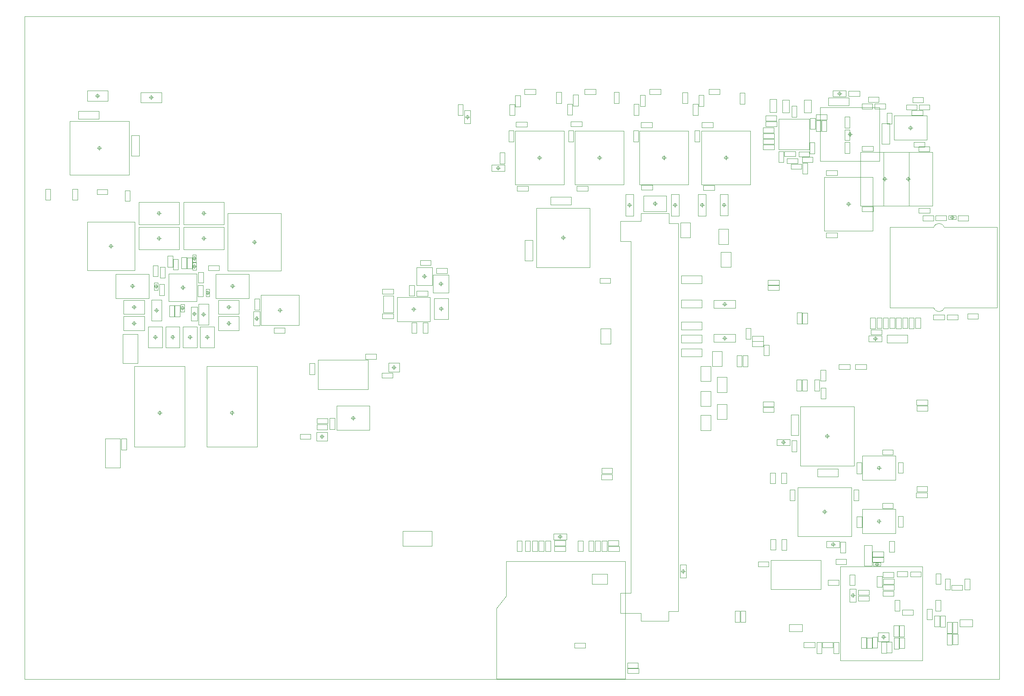
<source format=gm1>
G04*
G04 #@! TF.GenerationSoftware,Altium Limited,Altium Designer,18.1.8 (232)*
G04*
G04 Layer_Color=16711935*
%FSLAX25Y25*%
%MOIN*%
G70*
G01*
G75*
%ADD18C,0.00394*%
%ADD354C,0.00197*%
%ADD355C,0.00039*%
D18*
X870600Y592100D02*
X870600Y-100D01*
X100D02*
X870600D01*
X100Y592100D02*
X100Y-100D01*
X100Y592100D02*
X870600D01*
D354*
X66634Y521200D02*
G03*
X66634Y521200I-1378J0D01*
G01*
X768378Y37600D02*
G03*
X768378Y37600I-1378J0D01*
G01*
X479626Y127264D02*
G03*
X479626Y127264I-1378J0D01*
G01*
X718078Y217104D02*
G03*
X718078Y217104I-1378J0D01*
G01*
X625978Y423700D02*
G03*
X625978Y423700I-1378J0D01*
G01*
X606378Y423600D02*
G03*
X606378Y423600I-1378J0D01*
G01*
X582278D02*
G03*
X582278Y423600I-1378J0D01*
G01*
X541578D02*
G03*
X541578Y423600I-1378J0D01*
G01*
X266990Y216726D02*
G03*
X266990Y216726I-1378J0D01*
G01*
X208678Y322200D02*
G03*
X208678Y322200I-1378J0D01*
G01*
X183737Y317900D02*
G03*
X183737Y317900I-1378J0D01*
G01*
Y332400D02*
G03*
X183737Y332400I-1378J0D01*
G01*
X186678Y237900D02*
G03*
X186678Y237900I-1378J0D01*
G01*
X122074D02*
G03*
X122074Y237900I-1378J0D01*
G01*
X133688Y305598D02*
G03*
X133688Y305598I-1378J0D01*
G01*
X161428Y393800D02*
G03*
X161428Y393800I-1378J0D01*
G01*
X97737Y351202D02*
G03*
X97737Y351202I-1378J0D01*
G01*
X396858Y502302D02*
G03*
X396858Y502302I-1378J0D01*
G01*
X829778Y412563D02*
G03*
X829778Y412563I-1378J0D01*
G01*
X761078Y304200D02*
G03*
X761078Y304200I-1378J0D01*
G01*
X729098Y523157D02*
G03*
X729098Y523157I-1378J0D01*
G01*
X358478Y359900D02*
G03*
X358478Y359900I-1378J0D01*
G01*
X348878Y330400D02*
G03*
X348878Y330400I-1378J0D01*
G01*
X373422Y330950D02*
G03*
X373422Y330950I-1378J0D01*
G01*
X373138Y353272D02*
G03*
X373138Y353272I-1378J0D01*
G01*
X737178Y424500D02*
G03*
X737178Y424500I-1378J0D01*
G01*
X68224Y474535D02*
G03*
X68224Y474535I-1378J0D01*
G01*
X738478Y486800D02*
G03*
X738478Y486800I-1378J0D01*
G01*
X679035Y211614D02*
G03*
X679035Y211614I-1378J0D01*
G01*
X764378Y188700D02*
G03*
X764378Y188700I-1378J0D01*
G01*
X762598Y102657D02*
G03*
X762598Y102657I-1378J0D01*
G01*
X723425Y120374D02*
G03*
X723425Y120374I-1378J0D01*
G01*
X741047Y74800D02*
G03*
X741047Y74800I-1378J0D01*
G01*
X790453Y446949D02*
G03*
X790453Y446949I-1378J0D01*
G01*
X769478Y447000D02*
G03*
X769478Y447000I-1378J0D01*
G01*
X164589Y305598D02*
G03*
X164589Y305598I-1378J0D01*
G01*
X149139D02*
G03*
X149139Y305598I-1378J0D01*
G01*
X118237D02*
G03*
X118237Y305598I-1378J0D01*
G01*
X119278Y329500D02*
G03*
X119278Y329500I-1378J0D01*
G01*
X99237Y317900D02*
G03*
X99237Y317900I-1378J0D01*
G01*
Y332400D02*
G03*
X99237Y332400I-1378J0D01*
G01*
X118878Y351000D02*
G03*
X118878Y351000I-1378J0D01*
G01*
X187078Y351200D02*
G03*
X187078Y351200I-1378J0D01*
G01*
X161237Y325900D02*
G03*
X161237Y325900I-1378J0D01*
G01*
X164978Y345200D02*
G03*
X164978Y345200I-1378J0D01*
G01*
X153101Y368742D02*
G03*
X153101Y368742I-1378J0D01*
G01*
X153078Y376000D02*
G03*
X153078Y376000I-1378J0D01*
G01*
X142737Y349900D02*
G03*
X142737Y349900I-1378J0D01*
G01*
X121428Y393800D02*
G03*
X121428Y393800I-1378J0D01*
G01*
Y416308D02*
G03*
X121428Y416308I-1378J0D01*
G01*
X424311Y456693D02*
G03*
X424311Y456693I-1378J0D01*
G01*
X461278Y465900D02*
G03*
X461278Y465900I-1378J0D01*
G01*
X514778D02*
G03*
X514778Y465900I-1378J0D01*
G01*
X564378Y424900D02*
G03*
X564378Y424900I-1378J0D01*
G01*
X627778Y465900D02*
G03*
X627778Y465900I-1378J0D01*
G01*
X572378D02*
G03*
X572378Y465900I-1378J0D01*
G01*
X589478Y96300D02*
G03*
X589478Y96300I-1378J0D01*
G01*
X331281Y278490D02*
G03*
X331281Y278490I-1378J0D01*
G01*
X152978Y326400D02*
G03*
X152978Y326400I-1378J0D01*
G01*
X142478Y331600D02*
G03*
X142478Y331600I-1378J0D01*
G01*
X114567Y519783D02*
G03*
X114567Y519783I-1378J0D01*
G01*
X482382Y394488D02*
G03*
X482382Y394488I-1378J0D01*
G01*
X792478Y492600D02*
G03*
X792478Y492600I-1378J0D01*
G01*
X715778Y149504D02*
G03*
X715778Y149504I-1378J0D01*
G01*
X821205Y403776D02*
G03*
X811920Y403778I-4642J-1396D01*
G01*
X811929Y331811D02*
G03*
X821206Y331810I4639J1409D01*
G01*
X764370Y140965D02*
G03*
X764370Y140965I-1378J0D01*
G01*
X229478Y329640D02*
G03*
X229478Y329640I-1378J0D01*
G01*
X78578Y386900D02*
G03*
X78578Y386900I-1378J0D01*
G01*
X206678Y390500D02*
G03*
X206678Y390500I-1378J0D01*
G01*
X161428Y416308D02*
G03*
X161428Y416308I-1378J0D01*
G01*
X294833Y233226D02*
G03*
X294833Y233226I-1378J0D01*
G01*
X626578Y335039D02*
G03*
X626578Y335039I-1378J0D01*
G01*
Y304600D02*
G03*
X626578Y304600I-1378J0D01*
G01*
X63287Y521200D02*
X67224D01*
X65256Y519232D02*
Y523169D01*
X56004Y516672D02*
Y525728D01*
X74508D01*
Y516672D02*
Y525728D01*
X56004Y516672D02*
X74508D01*
X329465Y344185D02*
Y348615D01*
X319531Y344185D02*
X329465D01*
X319531D02*
Y348615D01*
X329465D01*
Y322085D02*
Y326515D01*
X319531Y322085D02*
X329465D01*
X319531D02*
Y326515D01*
X329465D01*
X71969Y214886D02*
X85315D01*
Y188858D02*
Y214886D01*
X71969Y188858D02*
X85315D01*
X71969D02*
Y214886D01*
X18701Y428276D02*
X23228D01*
X18701D02*
Y437724D01*
X23228D01*
Y428276D02*
Y437724D01*
X598360Y480268D02*
Y490201D01*
Y480268D02*
X602789D01*
Y490201D01*
X598360D02*
X602789D01*
X762079Y41537D02*
X771921D01*
Y33663D02*
Y41537D01*
X762079Y33663D02*
X771921D01*
X762079D02*
Y41537D01*
X767000Y35631D02*
Y39568D01*
X765031Y37600D02*
X768968D01*
X747236Y27657D02*
Y37106D01*
X751764D01*
Y27657D02*
Y37106D01*
X747236Y27657D02*
X751764D01*
X769936Y23676D02*
Y33124D01*
X774464D01*
Y23676D02*
Y33124D01*
X769936Y23676D02*
X774464D01*
X781236Y27476D02*
Y36924D01*
X785764D01*
Y27476D02*
Y36924D01*
X781236Y27476D02*
X785764D01*
X752136Y27576D02*
Y37024D01*
X756664D01*
Y27576D02*
Y37024D01*
X752136Y27576D02*
X756664D01*
X781085Y47865D02*
X785515D01*
X781085Y37931D02*
Y47865D01*
Y37931D02*
X785515D01*
Y47865D01*
X775524Y152640D02*
Y157168D01*
X766076Y152640D02*
X775524D01*
X766076D02*
Y157168D01*
X775524D01*
X74124Y433136D02*
Y437664D01*
X64676Y433136D02*
X74124D01*
X64676D02*
Y437664D01*
X74124D01*
X89636Y427176D02*
X94164D01*
X89636D02*
Y436624D01*
X94164D01*
Y427176D02*
Y436624D01*
X828839Y30807D02*
Y40256D01*
X833366D01*
Y30807D02*
Y40256D01*
X828839Y30807D02*
X833366D01*
X823671Y30468D02*
X828100D01*
Y40402D01*
X823671D02*
X828100D01*
X823671Y30468D02*
Y40402D01*
X796169Y162254D02*
Y166683D01*
X806102D01*
Y162254D02*
Y166683D01*
X796169Y162254D02*
X806102D01*
X796654Y167618D02*
X806102D01*
Y172146D01*
X796654D02*
X806102D01*
X796654Y167618D02*
Y172146D01*
X796949Y239707D02*
Y244235D01*
X806398D01*
Y239707D02*
Y244235D01*
X796949Y239707D02*
X806398D01*
X796610Y244973D02*
Y249402D01*
X806543D01*
Y244973D02*
Y249402D01*
X796610Y244973D02*
X806543D01*
X811472Y321211D02*
Y325640D01*
X821406D01*
Y321211D02*
Y325640D01*
X811472Y321211D02*
X821406D01*
X823907Y325689D02*
X833356D01*
X823907Y321161D02*
Y325689D01*
Y321161D02*
X833356D01*
Y325689D01*
X772236Y113713D02*
X776764D01*
X772236D02*
Y123161D01*
X776764D01*
Y113713D02*
Y123161D01*
X472342Y124508D02*
X484154D01*
X472342D02*
Y130020D01*
X484154D01*
Y124508D02*
Y130020D01*
X478248Y125295D02*
Y129232D01*
X476279Y127264D02*
X480217D01*
X619803Y388602D02*
Y402146D01*
Y388602D02*
X628622D01*
Y402146D01*
X619803D02*
X628622D01*
X621931Y368154D02*
Y381697D01*
Y368154D02*
X630750D01*
Y381697D01*
X621931D02*
X630750D01*
X692763Y190608D02*
Y243600D01*
X740637D01*
Y190608D02*
Y243600D01*
X692763Y190608D02*
X740637D01*
X716700Y215135D02*
Y219072D01*
X714732Y217104D02*
X718669D01*
X543652Y480268D02*
Y490201D01*
Y480268D02*
X548081D01*
Y490201D01*
X543652D02*
X548081D01*
X606032Y441215D02*
X615965D01*
X606032Y436785D02*
Y441215D01*
Y436785D02*
X615965D01*
Y441215D01*
X491196Y32377D02*
X500645D01*
X491196Y27850D02*
Y32377D01*
Y27850D02*
X500645D01*
Y32377D01*
X259049Y272150D02*
Y282084D01*
X254620D02*
X259049D01*
X254620Y272150D02*
Y282084D01*
Y272150D02*
X259049D01*
X42836Y428276D02*
X47364D01*
X42836D02*
Y437724D01*
X47364D01*
Y428276D02*
Y437724D01*
X621057Y414054D02*
Y433346D01*
Y414054D02*
X628143D01*
Y433346D01*
X621057D02*
X628143D01*
X622632Y423700D02*
X626569D01*
X624600Y421732D02*
Y425668D01*
X601457Y413954D02*
Y433246D01*
Y413954D02*
X608543D01*
Y433246D01*
X601457D02*
X608543D01*
X603031Y423600D02*
X606968D01*
X605000Y421631D02*
Y425568D01*
X577357Y413954D02*
Y433246D01*
Y413954D02*
X584443D01*
Y433246D01*
X577357D02*
X584443D01*
X578932Y423600D02*
X582868D01*
X580900Y421631D02*
Y425568D01*
X536657Y413954D02*
Y433246D01*
Y413954D02*
X543743D01*
Y433246D01*
X536657D02*
X543743D01*
X538232Y423600D02*
X542169D01*
X540200Y421631D02*
Y425568D01*
X586346Y319288D02*
X604654D01*
Y312312D02*
Y319288D01*
X586346Y312312D02*
X604654D01*
X586346D02*
Y319288D01*
Y295188D02*
X604654D01*
Y288212D02*
Y295188D01*
X586346Y288212D02*
X604654D01*
X586346D02*
Y295188D01*
Y307588D02*
X604654D01*
Y300612D02*
Y307588D01*
X586346Y300612D02*
X604654D01*
X586346D02*
Y307588D01*
Y360588D02*
X604654D01*
Y353612D02*
Y360588D01*
X586346Y353612D02*
X604654D01*
X586346D02*
Y360588D01*
Y338988D02*
X604654D01*
Y332012D02*
Y338988D01*
X586346Y332012D02*
X604654D01*
X586346D02*
Y338988D01*
X270668Y228462D02*
Y232990D01*
X261219Y228462D02*
X270668D01*
X261219D02*
Y232990D01*
X270668D01*
X270522Y222962D02*
Y227490D01*
X261073Y222962D02*
X270522D01*
X261073D02*
Y227490D01*
X270522D01*
X263644Y216726D02*
X267581D01*
X265613Y214757D02*
Y218694D01*
X260691Y212789D02*
Y220663D01*
X270534D01*
Y212789D02*
Y220663D01*
X260691Y212789D02*
X270534D01*
X277012Y223261D02*
Y233194D01*
X272583D02*
X277012D01*
X272583Y223261D02*
Y233194D01*
Y223261D02*
X277012D01*
X255522Y214465D02*
Y218992D01*
X246073Y214465D02*
X255522D01*
X246073D02*
Y218992D01*
X255522D01*
X232324Y309327D02*
Y313854D01*
X222876Y309327D02*
X232324D01*
X222876D02*
Y313854D01*
X232324D01*
X209915Y330035D02*
Y339968D01*
X205485D02*
X209915D01*
X205485Y330035D02*
Y339968D01*
Y330035D02*
X209915D01*
X204402Y315956D02*
Y328444D01*
X210198D01*
X204402Y315956D02*
X210198D01*
Y328444D01*
X205331Y322200D02*
X209268D01*
X207300Y320232D02*
Y324168D01*
X173108Y311601D02*
X191611D01*
Y324199D01*
X173108D02*
X191611D01*
X173108Y311601D02*
Y324199D01*
X182359Y315932D02*
Y319868D01*
X180391Y317900D02*
X184328D01*
X173108Y326101D02*
X191611D01*
Y338699D01*
X173108D02*
X191611D01*
X173108Y326101D02*
Y338699D01*
X182359Y330432D02*
Y334368D01*
X180391Y332400D02*
X184328D01*
X183332Y237900D02*
X187268D01*
X185300Y235931D02*
Y239868D01*
X162780Y207447D02*
X207820D01*
X162780D02*
Y279652D01*
X207820Y207447D02*
Y279652D01*
X162780D02*
X207820D01*
X118728Y237900D02*
X122665D01*
X120696Y235931D02*
Y239868D01*
X98176Y207447D02*
X143216D01*
X98176D02*
Y279652D01*
X143216Y207447D02*
Y279652D01*
X98176D02*
X143216D01*
X87815Y282260D02*
X101161D01*
X87815D02*
Y308287D01*
X101161D01*
Y282260D02*
Y308287D01*
X126011Y296346D02*
Y314850D01*
Y296346D02*
X138609D01*
Y314850D01*
X126011D02*
X138609D01*
X130342Y305598D02*
X134279D01*
X132310Y303630D02*
Y307567D01*
X142137Y403839D02*
X177963D01*
X142137Y383761D02*
Y403839D01*
Y383761D02*
X177963D01*
Y403839D01*
X160050Y391831D02*
Y395768D01*
X158081Y393800D02*
X162019D01*
X94391Y351202D02*
X98328D01*
X96359Y349234D02*
Y353171D01*
X111123Y340376D02*
Y362029D01*
X81596Y340376D02*
X111123D01*
X81596D02*
Y362029D01*
X111123D01*
X706633Y504431D02*
X716566D01*
X706633Y500002D02*
Y504431D01*
Y500002D02*
X716566D01*
Y504431D01*
X638785Y513832D02*
Y523765D01*
Y513832D02*
X643215D01*
Y523765D01*
X638785D02*
X643215D01*
X395480Y500334D02*
Y504271D01*
X393512Y502302D02*
X397449D01*
X392724Y496397D02*
X398236D01*
X392724D02*
Y508208D01*
X398236D01*
Y496397D02*
Y508208D01*
X387066Y503734D02*
Y513667D01*
Y503734D02*
X391495D01*
Y513667D01*
X387066D02*
X391495D01*
X513779Y353740D02*
Y358268D01*
X523228D01*
Y353740D02*
Y358268D01*
X513779Y353740D02*
X523228D01*
X439931Y440515D02*
X449865D01*
X439931Y436085D02*
Y440515D01*
Y436085D02*
X449865D01*
Y440515D01*
X813332Y414164D02*
X823265D01*
X813332Y409735D02*
Y414164D01*
Y409735D02*
X823265D01*
Y414164D01*
X825034Y410988D02*
X831746D01*
Y414138D01*
X825034D02*
X831746D01*
X825034Y410988D02*
Y414138D01*
X828400Y410988D02*
Y414138D01*
X826431Y412563D02*
X830369D01*
X833376Y409636D02*
Y414164D01*
X842824D01*
Y409636D02*
Y414164D01*
X833376Y409636D02*
X842824D01*
X802276D02*
Y414164D01*
X811724D01*
Y409636D02*
Y414164D01*
X802276Y409636D02*
X811724D01*
X842121Y322036D02*
Y326564D01*
X851570D01*
Y322036D02*
Y326564D01*
X842121Y322036D02*
X851570D01*
X757731Y304200D02*
X761668D01*
X759700Y302232D02*
Y306169D01*
X753794Y301444D02*
Y306956D01*
X765605D01*
Y301444D02*
Y306956D01*
X753794Y301444D02*
X765605D01*
X755672Y307885D02*
X765605D01*
Y312315D01*
X755672D02*
X765605D01*
X755672Y307885D02*
Y312315D01*
X795536Y313596D02*
X800064D01*
X795536D02*
Y323045D01*
X800064D01*
Y313596D02*
Y323045D01*
X794215Y313112D02*
Y323045D01*
X789786D02*
X794215D01*
X789786Y313112D02*
Y323045D01*
Y313112D02*
X794215D01*
X784036Y313596D02*
X788563D01*
X784036D02*
Y323045D01*
X788563D01*
Y313596D02*
Y323045D01*
X782715Y313112D02*
Y323045D01*
X778286D02*
X782715D01*
X778286Y313112D02*
Y323045D01*
Y313112D02*
X782715D01*
X772536Y313596D02*
X777063D01*
X772536D02*
Y323045D01*
X777063D01*
Y313596D02*
Y323045D01*
X771215Y313112D02*
Y323045D01*
X766786D02*
X771215D01*
X766786Y313112D02*
Y323045D01*
Y313112D02*
X771215D01*
X761035Y313596D02*
X765563D01*
X761035D02*
Y323045D01*
X765563D01*
Y313596D02*
Y323045D01*
X759715Y313112D02*
Y323045D01*
X755285D02*
X759715D01*
X755285Y313112D02*
Y323045D01*
Y313112D02*
X759715D01*
X770247Y307688D02*
X788553D01*
Y300712D02*
Y307688D01*
X770247Y300712D02*
X788553D01*
X770247D02*
Y307688D01*
X721814Y525913D02*
X733625D01*
Y520401D02*
Y525913D01*
X721814Y520401D02*
X733625D01*
X721814D02*
Y525913D01*
X727720Y521188D02*
Y525125D01*
X725751Y523157D02*
X729688D01*
X618350Y232154D02*
Y245697D01*
Y232154D02*
X627169D01*
Y245697D01*
X618350D02*
X627169D01*
X603850Y222253D02*
Y235797D01*
Y222253D02*
X612669D01*
Y235797D01*
X603850D02*
X612669D01*
X603850Y243803D02*
Y257346D01*
Y243803D02*
X612669D01*
Y257346D01*
X603850D02*
X612669D01*
X538392Y5148D02*
X548325D01*
X538392D02*
Y9577D01*
X548325D01*
Y5148D02*
Y9577D01*
X547835Y10039D02*
Y14567D01*
X538386D02*
X547835D01*
X538386Y10039D02*
Y14567D01*
Y10039D02*
X547835D01*
X473185Y123770D02*
X483118D01*
Y119341D02*
Y123770D01*
X473185Y119341D02*
X483118D01*
X473185D02*
Y123770D01*
X473215Y118605D02*
X483148D01*
Y114176D02*
Y118605D01*
X473215Y114176D02*
X483148D01*
X473215D02*
Y118605D01*
X524724Y178336D02*
Y182864D01*
X515276Y178336D02*
X524724D01*
X515276D02*
Y182864D01*
X524724D01*
X439636Y114176D02*
X444164D01*
Y123624D01*
X439636D02*
X444164D01*
X439636Y114176D02*
Y123624D01*
X447036Y114176D02*
X451564D01*
Y123624D01*
X447036D02*
X451564D01*
X447036Y114176D02*
Y123624D01*
X453436Y114176D02*
X457964D01*
Y123624D01*
X453436D02*
X457964D01*
X453436Y114176D02*
Y123624D01*
X459236Y114176D02*
X463764D01*
Y123624D01*
X459236D02*
X463764D01*
X459236Y114176D02*
Y123624D01*
X421525Y97D02*
X536407D01*
X430147Y74335D02*
Y105077D01*
X536407Y97D02*
Y105077D01*
X421525Y97D02*
Y63311D01*
X430147Y105077D02*
X536407D01*
X421525Y63311D02*
X430147Y74335D01*
X465136Y114176D02*
X469664D01*
Y123624D01*
X465136D02*
X469664D01*
X465136Y114176D02*
Y123624D01*
X494136Y114176D02*
X498664D01*
Y123624D01*
X494136D02*
X498664D01*
X494136Y114176D02*
Y123624D01*
X503642Y114173D02*
X508169D01*
Y123622D01*
X503642D02*
X508169D01*
X503642Y114173D02*
Y123622D01*
X509436Y114176D02*
X513964D01*
Y123624D01*
X509436D02*
X513964D01*
X509436Y114176D02*
Y123624D01*
X515536Y114176D02*
X520064D01*
Y123624D01*
X515536D02*
X520064D01*
X515536Y114176D02*
Y123624D01*
X521063Y119193D02*
Y123721D01*
Y119193D02*
X530512D01*
Y123721D01*
X521063D02*
X530512D01*
X521032Y114176D02*
X530965D01*
X521032D02*
Y118605D01*
X530965D01*
Y114176D02*
Y118605D01*
X353376Y369736D02*
Y374264D01*
X362824D01*
Y369736D02*
Y374264D01*
X353376Y369736D02*
X362824D01*
X350210Y351900D02*
Y368000D01*
Y351900D02*
X363990D01*
Y368000D01*
X350210D02*
X363990D01*
X355132Y359900D02*
X359068D01*
X357100Y357931D02*
Y361869D01*
X377324Y362636D02*
Y367164D01*
X367876Y362636D02*
X377324D01*
X367876D02*
Y367164D01*
X377324D01*
X343436Y342476D02*
X347964D01*
X343436D02*
Y351924D01*
X347964D01*
Y342476D02*
Y351924D01*
X345532Y330400D02*
X349468D01*
X347500Y328432D02*
Y332368D01*
X332736Y319573D02*
Y341227D01*
X362264D01*
Y319573D02*
Y341227D01*
X332736Y319573D02*
X362264D01*
X350235Y342385D02*
X360169D01*
Y346815D01*
X350235D02*
X360169D01*
X350235Y342385D02*
Y346815D01*
X378344Y321698D02*
Y340202D01*
X365745D02*
X378344D01*
X365745Y321698D02*
Y340202D01*
Y321698D02*
X378344D01*
X370076Y330950D02*
X374013D01*
X372044Y328981D02*
Y332919D01*
X364870Y345272D02*
Y361372D01*
Y345272D02*
X378650D01*
Y361372D01*
X364870D02*
X378650D01*
X369791Y353272D02*
X373728D01*
X371760Y351304D02*
Y355241D01*
X320300Y327500D02*
X329500D01*
X320300Y342700D02*
X329500D01*
X320300Y327500D02*
Y342700D01*
X329500Y327500D02*
Y342700D01*
X345636Y318624D02*
X350164D01*
Y309176D02*
Y318624D01*
X345636Y309176D02*
X350164D01*
X345636D02*
Y318624D01*
X355736D02*
X360264D01*
Y309176D02*
Y318624D01*
X355736Y309176D02*
X360264D01*
X355736D02*
Y318624D01*
X714009Y448516D02*
X757595D01*
X714009Y400484D02*
Y448516D01*
Y400484D02*
X757595D01*
Y448516D01*
X733832Y424500D02*
X737769D01*
X735800Y422532D02*
Y426469D01*
X715832Y394585D02*
X725765D01*
X715832D02*
Y399015D01*
X725765D01*
Y394585D02*
Y399015D01*
X715832Y450085D02*
X725765D01*
X715832D02*
Y454515D01*
X725765D01*
Y450085D02*
Y454515D01*
X639321Y51035D02*
Y60969D01*
Y51035D02*
X643750D01*
Y60969D01*
X639321D02*
X643750D01*
X634388Y51032D02*
Y60965D01*
Y51032D02*
X638817D01*
Y60965D01*
X634388D02*
X638817D01*
X66437Y500547D02*
Y507524D01*
X48130Y500547D02*
X66437D01*
X48130D02*
Y507524D01*
X66437D01*
X40350Y498472D02*
X93342D01*
X40350Y450598D02*
Y498472D01*
Y450598D02*
X93342D01*
Y498472D01*
X64877Y474535D02*
X68814D01*
X66846Y472567D02*
Y476504D01*
X95358Y467700D02*
X102334D01*
X95358D02*
Y486007D01*
X102334D01*
Y467700D02*
Y486007D01*
X813533Y60783D02*
X817963D01*
Y70717D01*
X813533D02*
X817963D01*
X813533Y60783D02*
Y70717D01*
X766569Y90936D02*
X776018D01*
X766569D02*
Y95464D01*
X776018D01*
Y90936D02*
Y95464D01*
X835039Y46929D02*
X846457D01*
Y53071D01*
X835039D02*
X846457D01*
X835039Y46929D02*
Y53071D01*
X737100Y484831D02*
Y488768D01*
X735132Y486800D02*
X739069D01*
X763596Y462863D02*
Y510737D01*
X710604Y462863D02*
X763596D01*
X710604D02*
Y510737D01*
X763596D01*
X772388Y478346D02*
Y496654D01*
X765412D02*
X772388D01*
X765412Y478346D02*
Y496654D01*
Y478346D02*
X772388D01*
X735851Y521042D02*
X745784D01*
X735851D02*
Y525471D01*
X745784D01*
Y521042D02*
Y525471D01*
X717846Y519588D02*
X736154D01*
X717846Y512612D02*
Y519588D01*
Y512612D02*
X736154D01*
Y519588D01*
X727118Y281152D02*
X737051D01*
X727118Y276722D02*
Y281152D01*
Y276722D02*
X737051D01*
Y281152D01*
X684312Y217868D02*
Y236176D01*
X691288D01*
Y217868D02*
Y236176D01*
X684312Y217868D02*
X691288D01*
X689616Y203303D02*
Y213236D01*
X685187D02*
X689616D01*
X685187Y203303D02*
Y213236D01*
Y203303D02*
X689616D01*
X675689Y211614D02*
X679626D01*
X677658Y209646D02*
Y213583D01*
X671752Y208858D02*
Y214370D01*
X683563D01*
Y208858D02*
Y214370D01*
X671752Y208858D02*
X683563D01*
X775524Y200440D02*
Y204968D01*
X766076Y200440D02*
X775524D01*
X766076D02*
Y204968D01*
X775524D01*
X761031Y188700D02*
X764968D01*
X763000Y186732D02*
Y190668D01*
X748236Y177873D02*
Y199527D01*
X777764D01*
Y177873D02*
Y199527D01*
X748236Y177873D02*
X777764D01*
X708247Y181020D02*
X726553D01*
X708247D02*
Y187997D01*
X726553D01*
Y181020D02*
Y187997D01*
X687815Y159439D02*
Y169372D01*
X683385D02*
X687815D01*
X683385Y159439D02*
Y169372D01*
Y159439D02*
X687815D01*
X757131Y108869D02*
X767065D01*
X757131Y104440D02*
Y108869D01*
Y104440D02*
X767065D01*
Y108869D01*
X759252Y102657D02*
X763189D01*
X761221Y101083D02*
Y104232D01*
X764587Y101083D02*
Y104232D01*
X757874Y101083D02*
X764587D01*
X757874D02*
Y104232D01*
X764587D01*
X757131Y113815D02*
X767065D01*
X757131Y109385D02*
Y113815D01*
Y109385D02*
X767065D01*
Y113815D01*
X749957Y101378D02*
Y119685D01*
X756933D01*
Y101378D02*
Y119685D01*
X749957Y101378D02*
X756933D01*
X717332Y88415D02*
X727265D01*
X717332Y83985D02*
Y88415D01*
Y83985D02*
X727265D01*
Y88415D01*
X733022Y112752D02*
Y122685D01*
X728592D02*
X733022D01*
X728592Y112752D02*
Y122685D01*
Y112752D02*
X733022D01*
X720079Y120374D02*
X724016D01*
X722047Y118405D02*
Y122343D01*
X716142Y117618D02*
Y123130D01*
X727953D01*
Y117618D02*
Y123130D01*
X716142Y117618D02*
X727953D01*
X733858Y102657D02*
Y107185D01*
X724409Y102657D02*
X733858D01*
X724409D02*
Y107185D01*
X733858D01*
X776520Y79675D02*
Y84104D01*
X766587D02*
X776520D01*
X766587Y79675D02*
Y84104D01*
Y79675D02*
X776520D01*
X776618Y84992D02*
Y89421D01*
X766685D02*
X776618D01*
X766685Y84992D02*
Y89421D01*
Y84992D02*
X776618D01*
X766613Y78664D02*
X776062D01*
Y74136D02*
Y78664D01*
X766613Y74136D02*
X776062D01*
X766613D02*
Y78664D01*
X765702Y82376D02*
Y91824D01*
X761174Y82376D02*
X765702D01*
X761174D02*
Y91824D01*
X765702D01*
X757085Y27735D02*
X761515D01*
Y37668D01*
X757085D02*
X761515D01*
X757085Y27735D02*
Y37668D01*
X776285Y37931D02*
Y47865D01*
X780715D01*
Y37931D02*
Y47865D01*
X776285Y37931D02*
X780715D01*
X777085Y70665D02*
X781515D01*
X777085Y60732D02*
Y70665D01*
Y60732D02*
X781515D01*
Y70665D01*
X783858Y57382D02*
X793307D01*
X783858D02*
Y61910D01*
X793307D01*
Y57382D02*
Y61910D01*
X765285Y23235D02*
X769715D01*
Y33169D01*
X765285D02*
X769715D01*
X765285Y23235D02*
Y33169D01*
X682891Y42629D02*
Y48771D01*
Y42629D02*
X694309D01*
Y48771D01*
X682891D02*
X694309D01*
X727015Y22872D02*
Y32805D01*
X722585D02*
X727015D01*
X722585Y22872D02*
Y32805D01*
Y22872D02*
X727015D01*
X810335Y53248D02*
Y62697D01*
X805807Y53248D02*
X810335D01*
X805807D02*
Y62697D01*
X810335D01*
X817763Y56509D02*
X822192D01*
X817763Y46576D02*
Y56509D01*
Y46576D02*
X822192D01*
Y56509D01*
X812587Y47047D02*
Y56496D01*
X817115D01*
Y47047D02*
Y56496D01*
X812587Y47047D02*
X817115D01*
X828755Y50782D02*
X833184D01*
X828755Y40849D02*
Y50782D01*
Y40849D02*
X833184D01*
Y50782D01*
X823855D02*
X828284D01*
X823855Y40849D02*
Y50782D01*
Y40849D02*
X828284D01*
Y50782D01*
X779076Y96226D02*
X788524D01*
Y91698D02*
Y96226D01*
X779076Y91698D02*
X788524D01*
X779076D02*
Y96226D01*
X791176Y91398D02*
X800624D01*
X791176D02*
Y95926D01*
X800624D01*
Y91398D02*
Y95926D01*
X754253Y69785D02*
Y74215D01*
X744320D02*
X754253D01*
X744320Y69785D02*
Y74215D01*
Y69785D02*
X754253D01*
X754276Y75246D02*
Y79675D01*
X744343D02*
X754276D01*
X744343Y75246D02*
Y79675D01*
Y75246D02*
X754276D01*
X736905Y83876D02*
Y93324D01*
X741433D01*
Y83876D02*
Y93324D01*
X736905Y83876D02*
X741433D01*
X742425Y68894D02*
Y80705D01*
X736913Y68894D02*
X742425D01*
X736913D02*
Y80705D01*
X742425D01*
X737701Y74800D02*
X741638D01*
X739669Y72831D02*
Y76768D01*
X776427Y27035D02*
X780856D01*
Y36968D01*
X776427D02*
X780856D01*
X776427Y27035D02*
Y36968D01*
X798830Y508736D02*
Y513264D01*
Y508736D02*
X808279D01*
Y513264D01*
X798830D02*
X808279D01*
X792181Y508218D02*
X802114D01*
X792181Y503789D02*
Y508218D01*
X802114Y503789D02*
Y508218D01*
X792181Y503789D02*
X802114D01*
X798535Y421015D02*
X808469D01*
Y416585D02*
Y421015D01*
X798535Y416585D02*
X808469D01*
X798535D02*
Y421015D01*
X767279Y422933D02*
X810866D01*
Y470965D01*
X767279D02*
X810866D01*
X767279Y422933D02*
Y470965D01*
X787106Y446949D02*
X791043D01*
X789075Y444980D02*
Y448917D01*
X798335Y475915D02*
X808269D01*
Y471485D02*
Y475915D01*
X798335Y471485D02*
X808269D01*
X798335D02*
Y475915D01*
X792976Y515236D02*
X802424D01*
X792976D02*
Y519764D01*
X802424Y515236D02*
Y519764D01*
X792976D02*
X802424D01*
X787421Y508736D02*
X796870D01*
X787421D02*
Y513264D01*
X796870Y508736D02*
Y513264D01*
X787421D02*
X796870D01*
X768724Y509636D02*
Y514164D01*
X759276Y509636D02*
X768724D01*
X759276D02*
Y514164D01*
X768724D01*
X757079Y509636D02*
Y514164D01*
X747630Y509636D02*
X757079D01*
X747630D02*
Y514164D01*
X757079D01*
X770036Y496376D02*
X774564D01*
X770036D02*
Y505824D01*
X774564D01*
Y496376D02*
Y505824D01*
X747931Y422315D02*
X757865D01*
X747931Y417885D02*
Y422315D01*
Y417885D02*
X757865D01*
Y422315D01*
X747831Y476215D02*
X757765D01*
X747831Y471785D02*
Y476215D01*
Y471785D02*
X757765D01*
Y476215D01*
X746309Y422984D02*
X789895D01*
X746309D02*
Y471016D01*
X789895D01*
Y422984D02*
Y471016D01*
X766131Y447000D02*
X770069D01*
X768100Y445031D02*
Y448969D01*
X156912Y296346D02*
Y314850D01*
Y296346D02*
X169511D01*
Y314850D01*
X156912D02*
X169511D01*
X161243Y305598D02*
X165180D01*
X163211Y303630D02*
Y307567D01*
X141462Y296346D02*
Y314850D01*
Y296346D02*
X154060D01*
Y314850D01*
X141462D02*
X154060D01*
X145792Y305598D02*
X149729D01*
X147761Y303630D02*
Y307567D01*
X110560Y296346D02*
Y314850D01*
Y296346D02*
X123159D01*
Y314850D01*
X110560D02*
X123159D01*
X114891Y305598D02*
X118828D01*
X116859Y303630D02*
Y307567D01*
X117900Y327532D02*
Y331469D01*
X115931Y329500D02*
X119869D01*
X113372Y338752D02*
X122428D01*
Y320248D02*
Y338752D01*
X113372Y320248D02*
X122428D01*
X113372D02*
Y338752D01*
X88608Y324199D02*
X107111D01*
X88608Y311601D02*
Y324199D01*
Y311601D02*
X107111D01*
Y324199D01*
X97860Y315932D02*
Y319868D01*
X95891Y317900D02*
X99828D01*
X88608Y338699D02*
X107111D01*
X88608Y326101D02*
Y338699D01*
Y326101D02*
X107111D01*
Y338699D01*
X97860Y330432D02*
Y334368D01*
X95891Y332400D02*
X99828D01*
X117500Y349031D02*
Y352969D01*
X115925Y351000D02*
X119075D01*
X115925Y347654D02*
X119075D01*
X115925D02*
Y354346D01*
X119075D01*
Y347654D02*
Y354346D01*
X124915Y343035D02*
Y352969D01*
X120485D02*
X124915D01*
X120485Y343035D02*
Y352969D01*
Y343035D02*
X124915D01*
X183731Y351200D02*
X187669D01*
X185700Y349232D02*
Y353169D01*
X170936Y340373D02*
Y362027D01*
X200464D01*
Y340373D02*
Y362027D01*
X170936Y340373D02*
X200464D01*
X159315Y341983D02*
Y351916D01*
X154885D02*
X159315D01*
X154885Y341983D02*
Y351916D01*
Y341983D02*
X159315D01*
X173684Y365136D02*
Y369664D01*
X164235Y365136D02*
X173684D01*
X164235D02*
Y369664D01*
X173684D01*
X159859Y323932D02*
Y327869D01*
X157891Y325900D02*
X161828D01*
X155332Y335152D02*
X164387D01*
Y316648D02*
Y335152D01*
X155332Y316648D02*
X164387D01*
X155332D02*
Y335152D01*
X163600Y343232D02*
Y347168D01*
X162025Y345200D02*
X165175D01*
X162025Y348547D02*
X165175D01*
Y341853D02*
Y348547D01*
X162025Y341853D02*
X165175D01*
X162025D02*
Y348547D01*
X155136Y363524D02*
X159664D01*
Y354076D02*
Y363524D01*
X155136Y354076D02*
X159664D01*
X155136D02*
Y363524D01*
X151723Y366773D02*
Y370710D01*
X150148Y368742D02*
X153298D01*
X150148Y372088D02*
X153298D01*
Y365395D02*
Y372088D01*
X150148Y365395D02*
X153298D01*
X150148D02*
Y372088D01*
X150125Y372654D02*
Y379366D01*
Y372654D02*
X153275D01*
Y379366D01*
X150125D02*
X153275D01*
X150125Y376000D02*
X153275D01*
X151700Y374031D02*
Y377969D01*
X145136Y376424D02*
X149664D01*
Y366976D02*
Y376424D01*
X145136Y366976D02*
X149664D01*
X145136D02*
Y376424D01*
X140285Y366932D02*
Y376865D01*
Y366932D02*
X144715D01*
Y376865D01*
X140285D02*
X144715D01*
X132636Y375170D02*
X137164D01*
Y365721D02*
Y375170D01*
X132636Y365721D02*
X137164D01*
X132636D02*
Y375170D01*
X141359Y347932D02*
Y351869D01*
X139391Y349900D02*
X143328D01*
X128958Y337498D02*
Y362302D01*
Y337498D02*
X153761D01*
Y362302D01*
X128958D02*
X153761D01*
X121096Y358676D02*
X125623D01*
X121096D02*
Y368124D01*
X125623D01*
Y358676D02*
Y368124D01*
X114736Y359976D02*
Y369424D01*
Y359976D02*
X119264D01*
Y369424D01*
X114736D02*
X119264D01*
X102137Y383761D02*
X137963D01*
Y403839D01*
X102137D02*
X137963D01*
X102137Y383761D02*
Y403839D01*
X120050Y391831D02*
Y395768D01*
X118081Y393800D02*
X122019D01*
X102137Y406269D02*
X137963D01*
Y426347D01*
X102137D02*
X137963D01*
X102137Y406269D02*
Y426347D01*
X120050Y414339D02*
Y418276D01*
X118081Y416308D02*
X122019D01*
X132324Y368235D02*
Y378169D01*
X127895D02*
X132324D01*
X127895Y368235D02*
Y378169D01*
Y368235D02*
X132324D01*
X417028Y453937D02*
X428839D01*
Y459449D01*
X417028D02*
X428839D01*
X417028Y453937D02*
Y459449D01*
X422933Y454724D02*
Y458661D01*
X420965Y456693D02*
X424902D01*
X424409Y470516D02*
X428839D01*
Y460583D02*
Y470516D01*
X424409Y460583D02*
X428839D01*
X424409D02*
Y470516D01*
X432529Y490201D02*
X436959D01*
Y480268D02*
Y490201D01*
X432529Y480268D02*
X436959D01*
X432529D02*
Y490201D01*
X459900Y463932D02*
Y467869D01*
X457932Y465900D02*
X461868D01*
X481695Y441884D02*
Y489916D01*
X438109D02*
X481695D01*
X438109Y441884D02*
Y489916D01*
Y441884D02*
X481695D01*
X485778Y490201D02*
X490207D01*
Y480268D02*
Y490201D01*
X485778Y480268D02*
X490207D01*
X485778D02*
Y490201D01*
X513400Y463932D02*
Y467869D01*
X511432Y465900D02*
X515369D01*
X535195Y441884D02*
Y489916D01*
X491609D02*
X535195D01*
X491609Y441884D02*
Y489916D01*
Y441884D02*
X535195D01*
X561031Y424900D02*
X564968D01*
X563000Y422931D02*
Y426868D01*
X573236Y418010D02*
Y431790D01*
X552764Y418010D02*
X573236D01*
X552764D02*
Y431790D01*
X573236D01*
X560865Y437085D02*
Y441515D01*
X550932Y437085D02*
X560865D01*
X550932D02*
Y441515D01*
X560865D01*
X503165Y436085D02*
Y440515D01*
X493231Y436085D02*
X503165D01*
X493231D02*
Y440515D01*
X503165D01*
X626400Y463932D02*
Y467869D01*
X624432Y465900D02*
X628369D01*
X648195Y441884D02*
Y489916D01*
X604609D02*
X648195D01*
X604609Y441884D02*
Y489916D01*
Y441884D02*
X648195D01*
X571000Y463932D02*
Y467869D01*
X569031Y465900D02*
X572968D01*
X592795Y441884D02*
Y489916D01*
X549209D02*
X592795D01*
X549209Y441884D02*
Y489916D01*
Y441884D02*
X592795D01*
X474951Y514524D02*
X479380D01*
X474951D02*
Y524457D01*
X479380D01*
Y514524D02*
Y524457D01*
X526526Y524453D02*
X530955D01*
Y514520D02*
Y524453D01*
X526526Y514520D02*
X530955D01*
X526526D02*
Y524453D01*
X438274Y511635D02*
X442703D01*
X438274D02*
Y521568D01*
X442703D01*
Y511635D02*
Y521568D01*
X433274Y503735D02*
X437703D01*
X433274D02*
Y513668D01*
X437703D01*
Y503735D02*
Y513668D01*
X497753Y493884D02*
Y498313D01*
X487820Y493884D02*
X497753D01*
X487820D02*
Y498313D01*
X497753D01*
X438929Y497982D02*
X448862D01*
X438929Y493553D02*
Y497982D01*
X448862Y493553D02*
Y497982D01*
X438929Y493553D02*
X448862D01*
X446610Y522687D02*
X456543D01*
Y527116D01*
X446610Y522687D02*
Y527116D01*
X456543D01*
X489874Y512234D02*
X494303D01*
X489874D02*
Y522167D01*
X494303D01*
Y512234D02*
Y522167D01*
X484674Y504085D02*
X489103D01*
X484674D02*
Y514018D01*
X489103D01*
Y504085D02*
Y514018D01*
X500153Y522687D02*
Y527116D01*
X510087D01*
Y522687D02*
Y527116D01*
X500153Y522687D02*
X510087D01*
X560465Y492985D02*
Y497415D01*
X550531Y492985D02*
X560465D01*
X550531D02*
Y497415D01*
X560465D01*
X587585Y514435D02*
X592015D01*
X587585D02*
Y524368D01*
X592015D01*
Y514435D02*
Y524368D01*
X544185Y503835D02*
X548615D01*
X544185D02*
Y513768D01*
X548615D01*
Y503835D02*
Y513768D01*
X549685Y512035D02*
X554115D01*
X549685D02*
Y521969D01*
X554115D01*
Y512035D02*
Y521969D01*
X558224Y522687D02*
Y527116D01*
X568157D01*
Y522687D02*
Y527116D01*
X558224Y522687D02*
X568157D01*
X614865Y492985D02*
Y497415D01*
X604931Y492985D02*
X614865D01*
X604931D02*
Y497415D01*
X614865D01*
X610980Y522687D02*
Y527116D01*
X620913D01*
Y522687D02*
Y527116D01*
X610980Y522687D02*
X620913D01*
X602085Y512035D02*
X606515D01*
X602085D02*
Y521969D01*
X606515D01*
Y512035D02*
Y521969D01*
X596885Y503935D02*
X601315D01*
X596885D02*
Y513869D01*
X601315D01*
Y503935D02*
Y513869D01*
X641485Y289167D02*
X645915D01*
Y279234D02*
Y289167D01*
X641485Y279234D02*
X645915D01*
X641485D02*
Y289167D01*
X636185D02*
X640615D01*
Y279234D02*
Y289167D01*
X636185Y279234D02*
X640615D01*
X636185D02*
Y289167D01*
X643996Y303937D02*
Y313386D01*
Y303937D02*
X648524D01*
Y313386D01*
X643996D02*
X648524D01*
X660136Y289173D02*
Y298622D01*
Y289173D02*
X664664D01*
Y298622D01*
X660136D02*
X664664D01*
X694403Y257718D02*
X698832D01*
X694403D02*
Y267651D01*
X698832D01*
Y257718D02*
Y267651D01*
X689503Y257718D02*
X693932D01*
X689503D02*
Y267651D01*
X693932D01*
Y257718D02*
Y267651D01*
X659335Y238485D02*
Y242915D01*
X669269D01*
Y238485D02*
Y242915D01*
X659335Y238485D02*
X669269D01*
X659335Y243585D02*
Y248015D01*
X669269D01*
Y243585D02*
Y248015D01*
X659335Y243585D02*
X669269D01*
X649760Y302018D02*
Y306447D01*
X659693D01*
Y302018D02*
Y306447D01*
X649760Y302018D02*
X659693D01*
X649858Y297293D02*
Y301722D01*
X659791D01*
Y297293D02*
Y301722D01*
X649858Y297293D02*
X659791D01*
X694585Y317435D02*
X699015D01*
X694585D02*
Y327368D01*
X699015D01*
Y317435D02*
Y327368D01*
X689685Y317535D02*
X694115D01*
X689685D02*
Y327468D01*
X694115D01*
Y317535D02*
Y327468D01*
X663735Y347498D02*
Y351927D01*
X673668D01*
Y347498D02*
Y351927D01*
X663735Y347498D02*
X673668D01*
X663735Y352198D02*
Y356627D01*
X673668D01*
Y352198D02*
Y356627D01*
X663735Y352198D02*
X673668D01*
X701436Y501124D02*
X705964D01*
Y491676D02*
Y501124D01*
X701436Y491676D02*
X705964D01*
X701436D02*
Y501124D01*
X711687Y489417D02*
Y499350D01*
Y489417D02*
X716116D01*
Y499350D01*
X711687D02*
X716116D01*
X706686Y489417D02*
Y499350D01*
Y489417D02*
X711116D01*
Y499350D01*
X706686D02*
X711116D01*
X685086Y502148D02*
Y512081D01*
Y502148D02*
X689516D01*
Y512081D01*
X685086D02*
X689516D01*
X676752Y506102D02*
X682894D01*
Y517520D01*
X676752D02*
X682894D01*
X676752Y506102D02*
Y517520D01*
X665433Y506662D02*
X671575D01*
Y518080D01*
X665433D02*
X671575D01*
X665433Y506662D02*
Y518080D01*
X696240Y506102D02*
X702382D01*
Y517520D01*
X696240D02*
X702382D01*
X696240Y506102D02*
Y517520D01*
X661732Y493840D02*
X671665D01*
Y498269D01*
X661732D02*
X671665D01*
X661732Y493840D02*
Y498269D01*
X661632Y499040D02*
X671565D01*
Y503469D01*
X661632D02*
X671565D01*
X661632Y499040D02*
Y503469D01*
X659322Y488340D02*
X669255D01*
Y492769D01*
X659322D02*
X669255D01*
X659322Y488340D02*
Y492769D01*
X659368Y483273D02*
X669301D01*
Y487702D01*
X659368D02*
X669301D01*
X659368Y483273D02*
Y487702D01*
X659471Y478206D02*
X669404D01*
Y482635D01*
X659471D02*
X669404D01*
X659471Y478206D02*
Y482635D01*
Y473139D02*
X669404D01*
Y477569D01*
X659471D02*
X669404D01*
X659471Y473139D02*
Y477569D01*
X694637Y451692D02*
X699165D01*
X694637D02*
Y461141D01*
X699165D01*
Y451692D02*
Y461141D01*
X703938Y461864D02*
Y466392D01*
X694489Y461864D02*
X703938D01*
X694489D02*
Y466392D01*
X703938D01*
X691438Y466786D02*
Y471313D01*
X700887D01*
Y466786D02*
Y471313D01*
X691438Y466786D02*
X700887D01*
X705562Y469597D02*
Y479530D01*
X701133D02*
X705562D01*
X701133Y469597D02*
Y479530D01*
Y469597D02*
X705562D01*
X693825Y455753D02*
Y460280D01*
X684377Y455753D02*
X693825D01*
X684377D02*
Y460280D01*
X693825D01*
X690324Y460736D02*
Y465264D01*
X680876Y460736D02*
X690324D01*
X680876D02*
Y465264D01*
X690324D01*
X678535Y467085D02*
X688469D01*
Y471515D01*
X678535D02*
X688469D01*
X678535Y467085D02*
Y471515D01*
X673337Y471441D02*
X677865D01*
Y461992D02*
Y471441D01*
X673337Y461992D02*
X677865D01*
X673337D02*
Y471441D01*
X673524Y473228D02*
Y500394D01*
Y473228D02*
X700689D01*
Y500394D01*
X673524D02*
X700689D01*
X732386Y492648D02*
Y502581D01*
Y492648D02*
X736816D01*
Y502581D01*
X732386D02*
X736816D01*
X732386Y481492D02*
X736914D01*
X732386D02*
Y490941D01*
X736914D01*
Y481492D02*
Y490941D01*
X736816Y469952D02*
Y479885D01*
X732386D02*
X736816D01*
X732386Y469952D02*
Y479885D01*
Y469952D02*
X736816D01*
X813736Y84876D02*
X818264D01*
Y94324D01*
X813736D02*
X818264D01*
X813736Y84876D02*
Y94324D01*
X707485Y22876D02*
X711915D01*
X707485D02*
Y32809D01*
X711915D01*
Y22876D02*
Y32809D01*
X695935Y28385D02*
Y32815D01*
X705868D01*
Y28385D02*
Y32815D01*
X695935Y28385D02*
X705868D01*
X712476Y28336D02*
X721924D01*
Y32864D01*
X712476D02*
X721924D01*
X712476Y28336D02*
Y32864D01*
X827953Y79429D02*
X837402D01*
Y83957D01*
X827953D02*
X837402D01*
X827953Y79429D02*
Y83957D01*
X839616Y79779D02*
X844045D01*
X839616D02*
Y89713D01*
X844045D01*
Y79779D02*
Y89713D01*
X821995Y79779D02*
X826424D01*
X821995D02*
Y89713D01*
X826424D01*
Y79779D02*
Y89713D01*
X654976Y100436D02*
X664424D01*
Y104964D01*
X654976D02*
X664424D01*
X654976Y100436D02*
Y104964D01*
X666458Y80225D02*
X711142D01*
X666458D02*
Y106375D01*
X711142D01*
Y80225D02*
Y106375D01*
X588100Y94332D02*
Y98269D01*
X586131Y96300D02*
X590068D01*
X585344Y90395D02*
X590856D01*
X585344D02*
Y102206D01*
X590856D01*
Y90395D02*
Y102206D01*
X91015Y204935D02*
Y214868D01*
X86585D02*
X91015D01*
X86585Y204935D02*
Y214868D01*
Y204935D02*
X91015D01*
X314059Y286027D02*
Y290554D01*
X304610Y286027D02*
X314059D01*
X304610D02*
Y290554D01*
X314059D01*
X327935Y278490D02*
X331872D01*
X329903Y276522D02*
Y280459D01*
X334824Y274553D02*
Y282428D01*
X324982Y274553D02*
X334824D01*
X324982D02*
Y282428D01*
X334824D01*
X328659Y269127D02*
Y273654D01*
X319210Y269127D02*
X328659D01*
X319210D02*
Y273654D01*
X328659D01*
X154498Y320156D02*
Y332644D01*
X148702Y320156D02*
X154498D01*
X148702Y332644D02*
X154498D01*
X148702Y320156D02*
Y332644D01*
X149632Y326400D02*
X153568D01*
X151600Y324431D02*
Y328368D01*
X141100Y329631D02*
Y333569D01*
X139525Y331600D02*
X142675D01*
X139525Y328254D02*
X142675D01*
X139525D02*
Y334946D01*
X142675D01*
Y328254D02*
Y334946D01*
X138715Y323884D02*
Y333817D01*
X134285D02*
X138715D01*
X134285Y323884D02*
Y333817D01*
Y323884D02*
X138715D01*
X133874D02*
Y333817D01*
X129445D02*
X133874D01*
X129445Y323884D02*
Y333817D01*
Y323884D02*
X133874D01*
X103937Y515256D02*
X122441D01*
X103937D02*
Y524311D01*
X122441D01*
Y515256D02*
Y524311D01*
X113189Y517815D02*
Y521752D01*
X111221Y519783D02*
X115157D01*
X532054Y391323D02*
X541346D01*
X532054D02*
Y409236D01*
X550361D01*
X532054Y58842D02*
X550361D01*
X575322Y407228D02*
Y416087D01*
X550361Y51992D02*
X575283D01*
X550361Y409236D02*
Y416087D01*
X541346Y76874D02*
Y391323D01*
X550361Y416087D02*
X575322D01*
X583865Y60654D02*
Y407228D01*
X575322D02*
X583865D01*
X550361Y51992D02*
Y58842D01*
X575283Y51992D02*
Y60654D01*
X583865D01*
X532054Y58842D02*
Y76756D01*
Y76874D02*
X541346D01*
X469773Y430761D02*
X488080D01*
X469773Y423785D02*
Y430761D01*
Y423785D02*
X488080D01*
Y430761D01*
X446839Y374002D02*
Y392309D01*
Y374002D02*
X453815D01*
Y392309D01*
X446839D02*
X453815D01*
X457067Y367992D02*
Y420984D01*
Y367992D02*
X504941D01*
Y420984D01*
X457067D02*
X504941D01*
X481004Y392520D02*
Y396457D01*
X479035Y394488D02*
X482972D01*
X794193Y480020D02*
X803642D01*
X794193Y475492D02*
Y480020D01*
X803642Y475492D02*
Y480020D01*
X794193Y475492D02*
X803642D01*
X741882Y281152D02*
X751815D01*
X741882Y276722D02*
Y281152D01*
X751815Y276722D02*
Y281152D01*
X741882Y276722D02*
X751815D01*
X715515Y250435D02*
Y260368D01*
X711085D02*
X715515D01*
X711085Y250435D02*
X715515D01*
X711085D02*
Y260368D01*
X715315Y266387D02*
Y276320D01*
X710885D02*
X715315D01*
X710885Y266387D02*
X715315D01*
X710885D02*
Y276320D01*
X709915Y257535D02*
Y267469D01*
X705485D02*
X709915D01*
X705485Y257535D02*
X709915D01*
X705485D02*
Y267469D01*
X753476Y520064D02*
X762924D01*
X753476Y515536D02*
Y520064D01*
X762924Y515536D02*
Y520064D01*
X753476Y515536D02*
X762924D01*
X789131Y492600D02*
X793069D01*
X805864Y481773D02*
Y503474D01*
X791100Y490631D02*
Y494568D01*
X776336Y503474D02*
X805864D01*
X776336Y481773D02*
X805864D01*
X776336D02*
Y503474D01*
X612669Y266154D02*
Y279697D01*
X603850D02*
X612669D01*
X603850Y266154D02*
X612669D01*
X603850D02*
Y279697D01*
X740485Y169372D02*
X744915D01*
X740485Y159439D02*
Y169372D01*
X744915Y159439D02*
Y169372D01*
X740485Y159439D02*
X744915D01*
X666240Y124902D02*
X670768D01*
X666240Y115453D02*
Y124902D01*
X670768Y115453D02*
Y124902D01*
X666240Y115453D02*
X670768D01*
X675886Y184252D02*
X680413D01*
X675886Y174803D02*
Y184252D01*
X680413Y174803D02*
Y184252D01*
X675886Y174803D02*
X680413D01*
X714400Y147535D02*
Y151472D01*
X712431Y149504D02*
X716368D01*
X738416Y127709D02*
Y171295D01*
X690384D02*
X738416D01*
X690384Y127709D02*
X738416D01*
X690384D02*
Y171295D01*
X675984Y115354D02*
X680512D01*
Y124803D01*
X675984Y115354D02*
Y124803D01*
X680512D01*
X665945Y184252D02*
X670472D01*
X665945Y174803D02*
Y184252D01*
X670472Y174803D02*
Y184252D01*
X665945Y174803D02*
X670472D01*
X772667Y331809D02*
X811925D01*
X821210Y403778D02*
X868533D01*
X772667Y331809D02*
Y403778D01*
X811919D01*
X868533Y331809D02*
Y403778D01*
X821209Y331809D02*
X868533D01*
X742963Y183516D02*
Y193449D01*
Y183516D02*
X747392D01*
Y193449D01*
X742963D02*
X747392D01*
X780036Y193679D02*
X784564D01*
Y184230D02*
Y193679D01*
X780036Y184230D02*
X784564D01*
X780036D02*
Y193679D01*
Y145424D02*
X784564D01*
Y135976D02*
Y145424D01*
X780036Y135976D02*
X784564D01*
X780036D02*
Y145424D01*
X743258Y135386D02*
Y145319D01*
Y135386D02*
X747687D01*
Y145319D01*
X743258D02*
X747687D01*
X520453Y84961D02*
Y93779D01*
X506910Y84961D02*
X520453D01*
X506910D02*
Y93779D01*
X520453D01*
X514587Y299626D02*
X523406D01*
X514587D02*
Y313169D01*
X523406D01*
Y299626D02*
Y313169D01*
X585758Y408051D02*
X594577D01*
Y394508D02*
Y408051D01*
X585758Y394508D02*
X594577D01*
X585758D02*
Y408051D01*
X613996Y292992D02*
X622815D01*
Y279449D02*
Y292992D01*
X613996Y279449D02*
X622815D01*
X613996D02*
Y292992D01*
X618350Y269846D02*
X627169D01*
Y256303D02*
Y269846D01*
X618350Y256303D02*
X627169D01*
X618350D02*
Y269846D01*
X748228Y130138D02*
X777756D01*
Y151791D01*
X748228D02*
X777756D01*
X748228Y130138D02*
Y151791D01*
X762992Y138996D02*
Y142933D01*
X761024Y140965D02*
X764961D01*
X515476Y188464D02*
X524924D01*
X515476Y183936D02*
Y188464D01*
Y183936D02*
X524924D01*
Y188464D01*
X211053Y316136D02*
X245147D01*
Y343144D01*
X211053D02*
X245147D01*
X211053Y316136D02*
Y343144D01*
X228100Y327672D02*
Y331609D01*
X226132Y329640D02*
X230068D01*
X98381Y365325D02*
Y408475D01*
X56019D02*
X98381D01*
X56019Y365325D02*
Y408475D01*
Y365325D02*
X98381D01*
X75231Y386900D02*
X79168D01*
X77200Y384931D02*
Y388868D01*
X181363Y364772D02*
Y416228D01*
X205300Y388531D02*
Y392469D01*
X203331Y390500D02*
X207269D01*
X181363Y364772D02*
X229237D01*
X181363Y416228D02*
X229237D01*
Y364772D02*
Y416228D01*
X158081Y416308D02*
X162019D01*
X160050Y414339D02*
Y418276D01*
X177963Y406269D02*
Y426347D01*
X142137Y406269D02*
X177963D01*
X142137D02*
Y426347D01*
X177963D01*
X261992Y259046D02*
X306677D01*
X261992D02*
Y285195D01*
X306677D01*
Y259046D02*
Y285195D01*
X278691Y222399D02*
X308219D01*
Y244053D01*
X278691D02*
X308219D01*
X278691Y222399D02*
Y244053D01*
X293455Y231258D02*
Y235194D01*
X291487Y233226D02*
X295424D01*
X337684Y118927D02*
X363712D01*
Y132273D01*
X337684D02*
X363712D01*
X337684Y118927D02*
Y132273D01*
X623232Y335039D02*
X627169D01*
X625200Y333071D02*
Y337008D01*
X634846Y331496D02*
Y338583D01*
X615554Y331496D02*
X634846D01*
X615554D02*
Y338583D01*
X634846D01*
X623232Y304600D02*
X627169D01*
X625200Y302631D02*
Y306569D01*
X634846Y301057D02*
Y308143D01*
X615554Y301057D02*
X634846D01*
X615554D02*
Y308143D01*
X634846D01*
D355*
X728483Y16535D02*
Y100393D01*
Y16535D02*
X801712D01*
Y100393D01*
X728483D02*
X801712D01*
M02*

</source>
